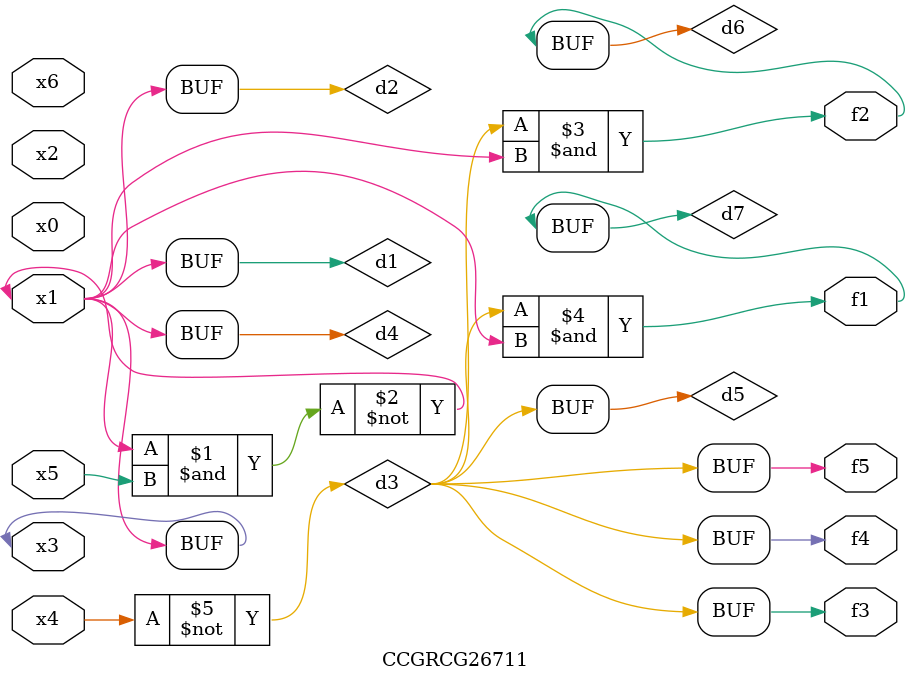
<source format=v>
module CCGRCG26711(
	input x0, x1, x2, x3, x4, x5, x6,
	output f1, f2, f3, f4, f5
);

	wire d1, d2, d3, d4, d5, d6, d7;

	buf (d1, x1, x3);
	nand (d2, x1, x5);
	not (d3, x4);
	buf (d4, d1, d2);
	buf (d5, d3);
	and (d6, d3, d4);
	and (d7, d3, d4);
	assign f1 = d7;
	assign f2 = d6;
	assign f3 = d5;
	assign f4 = d5;
	assign f5 = d5;
endmodule

</source>
